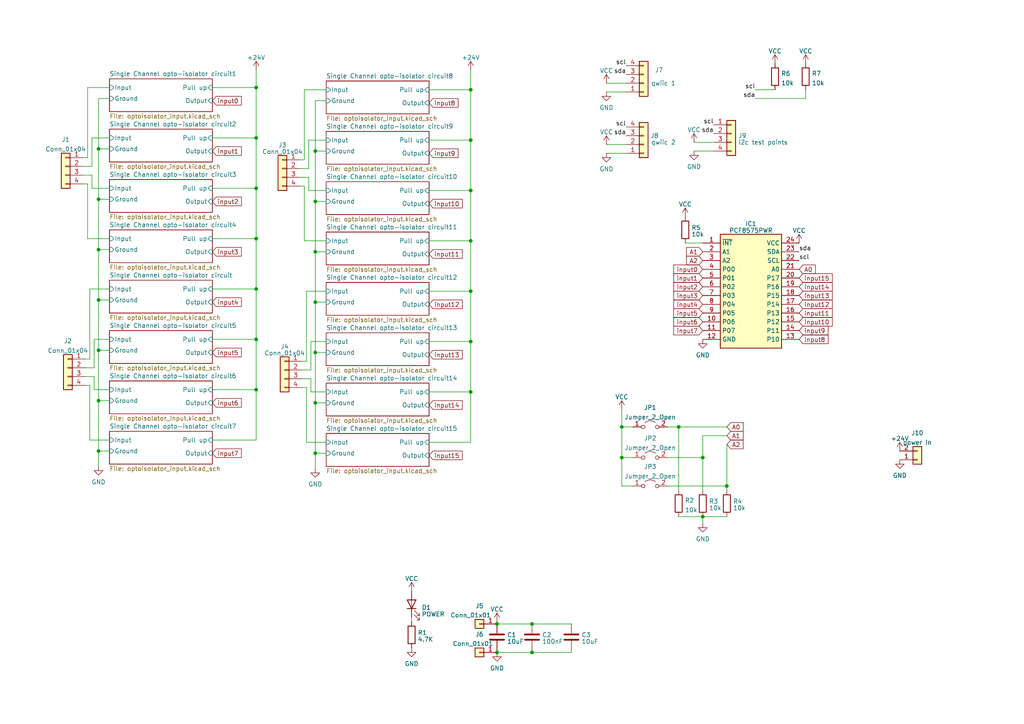
<source format=kicad_sch>
(kicad_sch (version 20230121) (generator eeschema)
  (paper "A4")
  (lib_symbols
    (symbol "Connector_Generic:Conn_01x01" (pin_names (offset 1.016) hide)
      (property "Reference" "J" (at 0 2.54 0))
      (property "Value" "Conn_01x01" (at 0 -2.54 0))
      (symbol "Conn_01x01_1_1"
        (rectangle (start -1.27 0.127) (end 0 -0.127) (stroke (width 0.1524)))
        (rectangle (start -1.27 1.27) (end 1.27 -1.27) (stroke (width 0.254)) (fill (type background)))
        (pin passive line (at -5.08 0 0) (length 3.81) (name "Pin_1") (number "1"))
      )
    )
    (symbol "Connector_Generic:Conn_01x02" (pin_names (offset 1.016) hide)
      (property "Reference" "J" (at 0 2.54 0))
      (property "Value" "Conn_01x02" (at 0 -5.08 0))
      (symbol "Conn_01x02_1_1"
        (rectangle (start -1.27 -2.413) (end 0 -2.667) (stroke (width 0.1524)))
        (rectangle (start -1.27 0.127) (end 0 -0.127) (stroke (width 0.1524)))
        (rectangle (start -1.27 1.27) (end 1.27 -3.81) (stroke (width 0.254)) (fill (type background)))
        (pin passive line (at -5.08 0 0) (length 3.81) (name "Pin_1") (number "1"))
        (pin passive line (at -5.08 -2.54 0) (length 3.81) (name "Pin_2") (number "2"))
      )
    )
    (symbol "Connector_Generic:Conn_01x04" (pin_names (offset 1.016) hide)
      (property "Reference" "J" (at 0 5.08 0))
      (property "Value" "Conn_01x04" (at 0 -7.62 0))
      (symbol "Conn_01x04_1_1"
        (rectangle (start -1.27 -4.953) (end 0 -5.207) (stroke (width 0.1524)))
        (rectangle (start -1.27 -2.413) (end 0 -2.667) (stroke (width 0.1524)))
        (rectangle (start -1.27 0.127) (end 0 -0.127) (stroke (width 0.1524)))
        (rectangle (start -1.27 2.667) (end 0 2.413) (stroke (width 0.1524)))
        (rectangle (start -1.27 3.81) (end 1.27 -6.35) (stroke (width 0.254)) (fill (type background)))
        (pin passive line (at -5.08 2.54 0) (length 3.81) (name "Pin_1") (number "1"))
        (pin passive line (at -5.08 0 0) (length 3.81) (name "Pin_2") (number "2"))
        (pin passive line (at -5.08 -2.54 0) (length 3.81) (name "Pin_3") (number "3"))
        (pin passive line (at -5.08 -5.08 0) (length 3.81) (name "Pin_4") (number "4"))
      )
    )
    (symbol "Device:C" (pin_numbers hide) (pin_names (offset 0.254))
      (property "Reference" "C" (at 0.635 2.54 0))
      (property "Value" "C" (at 0.635 -2.54 0))
      (symbol "C_0_1"
        (polyline (pts (xy -2.032 -0.762) (xy 2.032 -0.762)) (stroke (width 0.508)))
        (polyline (pts (xy -2.032 0.762) (xy 2.032 0.762)) (stroke (width 0.508)))
      )
      (symbol "C_1_1"
        (pin passive line (at 0 3.81 270) (length 2.794) (name "~") (number "1"))
        (pin passive line (at 0 -3.81 90) (length 2.794) (name "~") (number "2"))
      )
    )
    (symbol "Device:LED" (pin_numbers hide) (pin_names (offset 1.016) hide)
      (property "Reference" "D" (at 0 2.54 0))
      (property "Value" "LED" (at 0 -2.54 0))
      (symbol "LED_0_1"
        (polyline (pts (xy -1.27 -1.27) (xy -1.27 1.27)) (stroke (width 0.254)))
        (polyline (pts (xy -1.27 0) (xy 1.27 0)))
        (polyline (pts (xy 1.27 -1.27) (xy 1.27 1.27) (xy -1.27 0) (xy 1.27 -1.27)) (stroke (width 0.254)))
        (polyline (pts (xy -3.048 -0.762) (xy -4.572 -2.286) (xy -3.81 -2.286) (xy -4.572 -2.286) (xy -4.572 -1.524)))
        (polyline (pts (xy -1.778 -0.762) (xy -3.302 -2.286) (xy -2.54 -2.286) (xy -3.302 -2.286) (xy -3.302 -1.524)))
      )
      (symbol "LED_1_1"
        (pin passive line (at -3.81 0 0) (length 2.54) (name "K") (number "1"))
        (pin passive line (at 3.81 0 180) (length 2.54) (name "A") (number "2"))
      )
    )
    (symbol "Device:R" (pin_numbers hide) (pin_names (offset 0))
      (property "Reference" "R" (at 2.032 0 90))
      (property "Value" "R" (at 0 0 90))
      (symbol "R_0_1"
        (rectangle (start -1.016 -2.54) (end 1.016 2.54) (stroke (width 0.254)))
      )
      (symbol "R_1_1"
        (pin passive line (at 0 3.81 270) (length 1.27) (name "~") (number "1"))
        (pin passive line (at 0 -3.81 90) (length 1.27) (name "~") (number "2"))
      )
    )
    (symbol "Evan's parts:PCF8575PWR"
      (property "Reference" "IC" (at 24.13 7.62 0))
      (property "Value" "PCF8575PWR" (at 24.13 5.08 0))
      (symbol "PCF8575PWR_1_1"
        (rectangle (start 5.08 2.54) (end 22.86 -30.48) (stroke (width 0.254)) (fill (type background)))
        (pin passive line (at 0 0 0) (length 5.08) (name "~{INT}") (number "1"))
        (pin passive line (at 0 -22.86 0) (length 5.08) (name "P06") (number "10"))
        (pin passive line (at 0 -25.4 0) (length 5.08) (name "P07") (number "11"))
        (pin passive line (at 0 -27.94 0) (length 5.08) (name "GND") (number "12"))
        (pin passive line (at 27.94 -27.94 180) (length 5.08) (name "P10") (number "13"))
        (pin passive line (at 27.94 -25.4 180) (length 5.08) (name "P11") (number "14"))
        (pin passive line (at 27.94 -22.86 180) (length 5.08) (name "P12") (number "15"))
        (pin passive line (at 27.94 -20.32 180) (length 5.08) (name "P13") (number "16"))
        (pin passive line (at 27.94 -17.78 180) (length 5.08) (name "P14") (number "17"))
        (pin passive line (at 27.94 -15.24 180) (length 5.08) (name "P15") (number "18"))
        (pin passive line (at 27.94 -12.7 180) (length 5.08) (name "P16") (number "19"))
        (pin passive line (at 0 -2.54 0) (length 5.08) (name "A1") (number "2"))
        (pin passive line (at 27.94 -10.16 180) (length 5.08) (name "P17") (number "20"))
        (pin passive line (at 27.94 -7.62 180) (length 5.08) (name "A0") (number "21"))
        (pin passive line (at 27.94 -5.08 180) (length 5.08) (name "SCL") (number "22"))
        (pin passive line (at 27.94 -2.54 180) (length 5.08) (name "SDA") (number "23"))
        (pin passive line (at 27.94 0 180) (length 5.08) (name "VCC") (number "24"))
        (pin passive line (at 0 -5.08 0) (length 5.08) (name "A2") (number "3"))
        (pin passive line (at 0 -7.62 0) (length 5.08) (name "P00") (number "4"))
        (pin passive line (at 0 -10.16 0) (length 5.08) (name "P01") (number "5"))
        (pin passive line (at 0 -12.7 0) (length 5.08) (name "P02") (number "6"))
        (pin passive line (at 0 -15.24 0) (length 5.08) (name "P03") (number "7"))
        (pin passive line (at 0 -17.78 0) (length 5.08) (name "P04") (number "8"))
        (pin passive line (at 0 -20.32 0) (length 5.08) (name "P05") (number "9"))
      )
    )
    (symbol "Jumper:Jumper_2_Open" (pin_names (offset 0) hide)
      (property "Reference" "JP" (at 0 2.794 0))
      (property "Value" "Jumper_2_Open" (at 0 -2.286 0))
      (symbol "Jumper_2_Open_0_0"
        (circle (center -2.032 0) (radius 0.508))
        (circle (center 2.032 0) (radius 0.508))
      )
      (symbol "Jumper_2_Open_0_1"
        (arc (start 1.524 1.27) (mid 0 1.778) (end -1.524 1.27))
      )
      (symbol "Jumper_2_Open_1_1"
        (pin passive line (at -5.08 0 0) (length 2.54) (name "A") (number "1"))
        (pin passive line (at 5.08 0 180) (length 2.54) (name "B") (number "2"))
      )
    )
    (symbol "power:+24V" (power) (pin_names (offset 0))
      (property "Value" "+24V" (at 0 3.556 0))
      (symbol "+24V_0_1"
        (polyline (pts (xy -0.762 1.27) (xy 0 2.54)))
        (polyline (pts (xy 0 0) (xy 0 2.54)))
        (polyline (pts (xy 0 2.54) (xy 0.762 1.27)))
      )
      (symbol "+24V_1_1"
        (pin power_in line (at 0 0 90) (length 0) hide (name "+24V") (number "1"))
      )
    )
    (symbol "power:GND" (power) (pin_names (offset 0))
      (property "Value" "GND" (at 0 -3.81 0))
      (symbol "GND_0_1"
        (polyline (pts (xy 0 0) (xy 0 -1.27) (xy 1.27 -1.27) (xy 0 -2.54) (xy -1.27 -1.27) (xy 0 -1.27)))
      )
      (symbol "GND_1_1"
        (pin power_in line (at 0 0 270) (length 0) hide (name "GND") (number "1"))
      )
    )
    (symbol "power:VCC" (power) (pin_names (offset 0))
      (property "Value" "VCC" (at 0 3.81 0))
      (symbol "VCC_0_1"
        (polyline (pts (xy -0.762 1.27) (xy 0 2.54)))
        (polyline (pts (xy 0 0) (xy 0 2.54)))
        (polyline (pts (xy 0 2.54) (xy 0.762 1.27)))
      )
      (symbol "VCC_1_1"
        (pin power_in line (at 0 0 90) (length 0) hide (name "VCC") (number "1"))
      )
    )
  )
  (junction (at 28.575 116.205))
  (junction (at 136.525 26.035))
  (junction (at 136.525 99.06))
  (junction (at 136.525 55.245))
  (junction (at 136.525 84.455))
  (junction (at 74.295 113.03))
  (junction (at 154.305 180.975))
  (junction (at 28.575 130.81))
  (junction (at 74.295 25.4))
  (junction (at 28.575 72.39))
  (junction (at 91.44 43.815))
  (junction (at 196.85 123.825))
  (junction (at 28.575 86.995))
  (junction (at 136.525 40.64))
  (junction (at 74.295 54.61))
  (junction (at 144.145 189.23))
  (junction (at 154.305 189.23))
  (junction (at 28.575 43.18))
  (junction (at 180.34 123.825))
  (junction (at 203.835 149.86))
  (junction (at 74.295 98.425))
  (junction (at 91.44 58.42))
  (junction (at 28.575 57.785))
  (junction (at 136.525 69.85))
  (junction (at 91.44 116.84))
  (junction (at 180.34 132.715))
  (junction (at 203.835 132.715))
  (junction (at 210.82 140.97))
  (junction (at 28.575 101.6))
  (junction (at 144.145 180.975))
  (junction (at 74.295 40.005))
  (junction (at 91.44 131.445))
  (junction (at 91.44 102.235))
  (junction (at 136.525 113.665))
  (junction (at 74.295 69.215))
  (junction (at 74.295 83.82))
  (junction (at 91.44 73.025))
  (junction (at 91.44 87.63))
  (wire (pts (xy 91.44 131.445) (xy 94.615 131.445)))
  (wire (pts (xy 91.44 116.84) (xy 91.44 131.445)))
  (wire (pts (xy 136.525 113.665) (xy 136.525 128.27)))
  (wire (pts (xy 31.75 28.575) (xy 28.575 28.575)))
  (wire (pts (xy 91.44 131.445) (xy 91.44 135.89)))
  (wire (pts (xy 91.44 29.21) (xy 91.44 43.815)))
  (wire (pts (xy 203.835 149.86) (xy 203.835 151.765)))
  (wire (pts (xy 203.835 132.715) (xy 193.675 132.715)))
  (wire (pts (xy 89.535 40.64) (xy 94.615 40.64)))
  (wire (pts (xy 24.765 109.22) (xy 27.305 109.22)))
  (wire (pts (xy 201.295 41.275) (xy 207.01 41.275)))
  (wire (pts (xy 28.575 72.39) (xy 28.575 86.995)))
  (wire (pts (xy 26.035 83.82) (xy 26.035 104.14)))
  (wire (pts (xy 180.34 123.825) (xy 183.515 123.825)))
  (wire (pts (xy 28.575 57.785) (xy 28.575 72.39)))
  (wire (pts (xy 89.535 51.435) (xy 89.535 55.245)))
  (wire (pts (xy 196.85 123.825) (xy 193.675 123.825)))
  (wire (pts (xy 61.595 113.03) (xy 74.295 113.03)))
  (wire (pts (xy 136.525 20.32) (xy 136.525 26.035)))
  (wire (pts (xy 88.265 69.85) (xy 94.615 69.85)))
  (wire (pts (xy 24.13 48.26) (xy 26.67 48.26)))
  (wire (pts (xy 180.34 132.715) (xy 180.34 140.97)))
  (wire (pts (xy 25.4 53.34) (xy 25.4 69.215)))
  (wire (pts (xy 124.46 84.455) (xy 136.525 84.455)))
  (wire (pts (xy 28.575 86.995) (xy 31.75 86.995)))
  (wire (pts (xy 28.575 101.6) (xy 28.575 116.205)))
  (wire (pts (xy 219.075 28.575) (xy 233.68 28.575)))
  (wire (pts (xy 203.835 132.715) (xy 203.835 142.24)))
  (wire (pts (xy 136.525 26.035) (xy 136.525 40.64)))
  (wire (pts (xy 91.44 58.42) (xy 91.44 73.025)))
  (wire (pts (xy 24.765 106.68) (xy 27.305 106.68)))
  (wire (pts (xy 87.63 109.855) (xy 90.17 109.855)))
  (wire (pts (xy 27.305 98.425) (xy 27.305 106.68)))
  (wire (pts (xy 25.4 69.215) (xy 31.75 69.215)))
  (wire (pts (xy 196.85 149.86) (xy 203.835 149.86)))
  (wire (pts (xy 31.75 43.18) (xy 28.575 43.18)))
  (wire (pts (xy 61.595 25.4) (xy 74.295 25.4)))
  (wire (pts (xy 91.44 102.235) (xy 94.615 102.235)))
  (wire (pts (xy 74.295 54.61) (xy 74.295 69.215)))
  (wire (pts (xy 87.63 104.775) (xy 88.9 104.775)))
  (wire (pts (xy 136.525 84.455) (xy 136.525 99.06)))
  (wire (pts (xy 144.145 189.23) (xy 144.145 188.595)))
  (wire (pts (xy 203.835 126.365) (xy 203.835 132.715)))
  (wire (pts (xy 91.44 58.42) (xy 94.615 58.42)))
  (wire (pts (xy 88.265 53.975) (xy 88.265 69.85)))
  (wire (pts (xy 91.44 73.025) (xy 91.44 87.63)))
  (wire (pts (xy 26.67 40.005) (xy 26.67 48.26)))
  (wire (pts (xy 28.575 130.81) (xy 28.575 135.255)))
  (wire (pts (xy 74.295 20.32) (xy 74.295 25.4)))
  (wire (pts (xy 27.305 113.03) (xy 31.75 113.03)))
  (wire (pts (xy 196.85 123.825) (xy 210.82 123.825)))
  (wire (pts (xy 124.46 69.85) (xy 136.525 69.85)))
  (wire (pts (xy 88.9 128.27) (xy 94.615 128.27)))
  (wire (pts (xy 26.67 50.8) (xy 26.67 54.61)))
  (wire (pts (xy 61.595 69.215) (xy 74.295 69.215)))
  (wire (pts (xy 88.9 84.455) (xy 94.615 84.455)))
  (wire (pts (xy 124.46 55.245) (xy 136.525 55.245)))
  (wire (pts (xy 74.295 25.4) (xy 74.295 40.005)))
  (wire (pts (xy 28.575 116.205) (xy 28.575 130.81)))
  (wire (pts (xy 144.145 189.23) (xy 154.305 189.23)))
  (wire (pts (xy 124.46 40.64) (xy 136.525 40.64)))
  (wire (pts (xy 119.38 179.07) (xy 119.38 180.34)))
  (wire (pts (xy 61.595 40.005) (xy 74.295 40.005)))
  (wire (pts (xy 88.265 26.035) (xy 88.265 46.355)))
  (wire (pts (xy 86.995 48.895) (xy 89.535 48.895)))
  (wire (pts (xy 210.82 140.97) (xy 210.82 142.24)))
  (wire (pts (xy 91.44 116.84) (xy 94.615 116.84)))
  (wire (pts (xy 24.13 45.72) (xy 25.4 45.72)))
  (wire (pts (xy 124.46 113.665) (xy 136.525 113.665)))
  (wire (pts (xy 136.525 99.06) (xy 136.525 113.665)))
  (wire (pts (xy 28.575 28.575) (xy 28.575 43.18)))
  (wire (pts (xy 88.9 84.455) (xy 88.9 104.775)))
  (wire (pts (xy 154.305 189.23) (xy 165.735 189.23)))
  (wire (pts (xy 196.85 123.825) (xy 196.85 142.24)))
  (wire (pts (xy 24.765 104.14) (xy 26.035 104.14)))
  (wire (pts (xy 90.17 109.855) (xy 90.17 113.665)))
  (wire (pts (xy 165.735 189.23) (xy 165.735 188.595)))
  (wire (pts (xy 61.595 83.82) (xy 74.295 83.82)))
  (wire (pts (xy 26.67 54.61) (xy 31.75 54.61)))
  (wire (pts (xy 87.63 112.395) (xy 88.9 112.395)))
  (wire (pts (xy 91.44 102.235) (xy 91.44 116.84)))
  (wire (pts (xy 86.995 46.355) (xy 88.265 46.355)))
  (wire (pts (xy 88.265 26.035) (xy 94.615 26.035)))
  (wire (pts (xy 198.755 70.485) (xy 203.835 70.485)))
  (wire (pts (xy 24.765 111.76) (xy 26.035 111.76)))
  (wire (pts (xy 124.46 99.06) (xy 136.525 99.06)))
  (wire (pts (xy 26.67 40.005) (xy 31.75 40.005)))
  (wire (pts (xy 88.9 112.395) (xy 88.9 128.27)))
  (wire (pts (xy 90.17 99.06) (xy 90.17 107.315)))
  (wire (pts (xy 91.44 87.63) (xy 91.44 102.235)))
  (wire (pts (xy 86.995 51.435) (xy 89.535 51.435)))
  (wire (pts (xy 210.82 128.905) (xy 210.82 140.97)))
  (wire (pts (xy 74.295 69.215) (xy 74.295 83.82)))
  (wire (pts (xy 90.17 99.06) (xy 94.615 99.06)))
  (wire (pts (xy 94.615 43.815) (xy 91.44 43.815)))
  (wire (pts (xy 31.75 72.39) (xy 28.575 72.39)))
  (wire (pts (xy 25.4 25.4) (xy 25.4 45.72)))
  (wire (pts (xy 74.295 40.005) (xy 74.295 54.61)))
  (wire (pts (xy 91.44 43.815) (xy 91.44 58.42)))
  (wire (pts (xy 144.145 180.975) (xy 154.305 180.975)))
  (wire (pts (xy 144.145 180.34) (xy 144.145 180.975)))
  (wire (pts (xy 124.46 128.27) (xy 136.525 128.27)))
  (wire (pts (xy 154.305 180.975) (xy 165.735 180.975)))
  (wire (pts (xy 210.82 126.365) (xy 203.835 126.365)))
  (wire (pts (xy 180.34 140.97) (xy 183.515 140.97)))
  (wire (pts (xy 193.675 140.97) (xy 210.82 140.97)))
  (wire (pts (xy 203.835 149.86) (xy 210.82 149.86)))
  (wire (pts (xy 87.63 107.315) (xy 90.17 107.315)))
  (wire (pts (xy 89.535 40.64) (xy 89.535 48.895)))
  (wire (pts (xy 175.895 26.67) (xy 181.61 26.67)))
  (wire (pts (xy 219.075 26.035) (xy 224.79 26.035)))
  (wire (pts (xy 26.035 111.76) (xy 26.035 127.635)))
  (wire (pts (xy 136.525 69.85) (xy 136.525 84.455)))
  (wire (pts (xy 180.34 132.715) (xy 183.515 132.715)))
  (wire (pts (xy 26.035 127.635) (xy 31.75 127.635)))
  (wire (pts (xy 180.34 123.825) (xy 180.34 132.715)))
  (wire (pts (xy 28.575 101.6) (xy 31.75 101.6)))
  (wire (pts (xy 61.595 98.425) (xy 74.295 98.425)))
  (wire (pts (xy 91.44 87.63) (xy 94.615 87.63)))
  (wire (pts (xy 24.13 50.8) (xy 26.67 50.8)))
  (wire (pts (xy 26.035 83.82) (xy 31.75 83.82)))
  (wire (pts (xy 89.535 55.245) (xy 94.615 55.245)))
  (wire (pts (xy 61.595 127.635) (xy 74.295 127.635)))
  (wire (pts (xy 233.68 28.575) (xy 233.68 26.035)))
  (wire (pts (xy 90.17 113.665) (xy 94.615 113.665)))
  (wire (pts (xy 27.305 109.22) (xy 27.305 113.03)))
  (wire (pts (xy 28.575 116.205) (xy 31.75 116.205)))
  (wire (pts (xy 175.895 44.45) (xy 181.61 44.45)))
  (wire (pts (xy 154.305 189.23) (xy 154.305 188.595)))
  (wire (pts (xy 28.575 43.18) (xy 28.575 57.785)))
  (wire (pts (xy 61.595 54.61) (xy 74.295 54.61)))
  (wire (pts (xy 136.525 40.64) (xy 136.525 55.245)))
  (wire (pts (xy 94.615 73.025) (xy 91.44 73.025)))
  (wire (pts (xy 124.46 26.035) (xy 136.525 26.035)))
  (wire (pts (xy 175.895 41.91) (xy 181.61 41.91)))
  (wire (pts (xy 24.13 53.34) (xy 25.4 53.34)))
  (wire (pts (xy 175.895 24.13) (xy 181.61 24.13)))
  (wire (pts (xy 201.295 43.815) (xy 207.01 43.815)))
  (wire (pts (xy 86.995 53.975) (xy 88.265 53.975)))
  (wire (pts (xy 25.4 25.4) (xy 31.75 25.4)))
  (wire (pts (xy 28.575 57.785) (xy 31.75 57.785)))
  (wire (pts (xy 28.575 130.81) (xy 31.75 130.81)))
  (wire (pts (xy 27.305 98.425) (xy 31.75 98.425)))
  (wire (pts (xy 136.525 55.245) (xy 136.525 69.85)))
  (wire (pts (xy 74.295 83.82) (xy 74.295 98.425)))
  (wire (pts (xy 94.615 29.21) (xy 91.44 29.21)))
  (wire (pts (xy 74.295 98.425) (xy 74.295 113.03)))
  (wire (pts (xy 74.295 113.03) (xy 74.295 127.635)))
  (wire (pts (xy 28.575 86.995) (xy 28.575 101.6)))
  (wire (pts (xy 180.34 118.745) (xy 180.34 123.825)))
  (label "sda" (at 231.775 73.025 0))
  (label "sda" (at 181.61 21.59 180))
  (label "sda" (at 207.01 38.735 180))
  (label "scl" (at 181.61 36.83 180))
  (label "scl" (at 207.01 36.195 180))
  (label "sda" (at 181.61 39.37 180))
  (label "scl" (at 231.775 75.565 0))
  (label "scl" (at 181.61 19.05 180))
  (label "sda" (at 219.075 28.575 180))
  (label "scl" (at 219.075 26.035 180))
  (global_label "input4" (shape input) (at 203.835 88.265 180) (property "Intersheetrefs" "${INTERSHEET_REFS}" (effects hide)))
  (global_label "input13" (shape input) (at 231.775 85.725 0) (property "Intersheetrefs" "${INTERSHEET_REFS}" (effects hide)))
  (global_label "input2" (shape input) (at 203.835 83.185 180) (property "Intersheetrefs" "${INTERSHEET_REFS}" (effects hide)))
  (global_label "input14" (shape input) (at 231.775 83.185 0) (property "Intersheetrefs" "${INTERSHEET_REFS}" (effects hide)))
  (global_label "input12" (shape input) (at 124.46 88.265 0) (property "Intersheetrefs" "${INTERSHEET_REFS}" (effects hide)))
  (global_label "input7" (shape input) (at 203.835 95.885 180) (property "Intersheetrefs" "${INTERSHEET_REFS}" (effects hide)))
  (global_label "A2" (shape input) (at 203.835 75.565 180) (property "Intersheetrefs" "${INTERSHEET_REFS}" (effects hide)))
  (global_label "A1" (shape input) (at 203.835 73.025 180) (property "Intersheetrefs" "${INTERSHEET_REFS}" (effects hide)))
  (global_label "input15" (shape input) (at 124.46 132.08 0) (property "Intersheetrefs" "${INTERSHEET_REFS}" (effects hide)))
  (global_label "input7" (shape input) (at 61.595 131.445 0) (property "Intersheetrefs" "${INTERSHEET_REFS}" (effects hide)))
  (global_label "input0" (shape input) (at 203.835 78.105 180) (property "Intersheetrefs" "${INTERSHEET_REFS}" (effects hide)))
  (global_label "input11" (shape input) (at 231.775 90.805 0) (property "Intersheetrefs" "${INTERSHEET_REFS}" (effects hide)))
  (global_label "input5" (shape input) (at 203.835 90.805 180) (property "Intersheetrefs" "${INTERSHEET_REFS}" (effects hide)))
  (global_label "input8" (shape input) (at 231.775 98.425 0) (property "Intersheetrefs" "${INTERSHEET_REFS}" (effects hide)))
  (global_label "input4" (shape input) (at 61.595 87.63 0) (property "Intersheetrefs" "${INTERSHEET_REFS}" (effects hide)))
  (global_label "input10" (shape input) (at 124.46 59.055 0) (property "Intersheetrefs" "${INTERSHEET_REFS}" (effects hide)))
  (global_label "input5" (shape input) (at 61.595 102.235 0) (property "Intersheetrefs" "${INTERSHEET_REFS}" (effects hide)))
  (global_label "A2" (shape input) (at 210.82 128.905 0) (property "Intersheetrefs" "${INTERSHEET_REFS}" (effects hide)))
  (global_label "input11" (shape input) (at 124.46 73.66 0) (property "Intersheetrefs" "${INTERSHEET_REFS}" (effects hide)))
  (global_label "input1" (shape input) (at 203.835 80.645 180) (property "Intersheetrefs" "${INTERSHEET_REFS}" (effects hide)))
  (global_label "A0" (shape input) (at 210.82 123.825 0) (property "Intersheetrefs" "${INTERSHEET_REFS}" (effects hide)))
  (global_label "input6" (shape input) (at 203.835 93.345 180) (property "Intersheetrefs" "${INTERSHEET_REFS}" (effects hide)))
  (global_label "input0" (shape input) (at 61.595 29.21 0) (property "Intersheetrefs" "${INTERSHEET_REFS}" (effects hide)))
  (global_label "input12" (shape input) (at 231.775 88.265 0) (property "Intersheetrefs" "${INTERSHEET_REFS}" (effects hide)))
  (global_label "input6" (shape input) (at 61.595 116.84 0) (property "Intersheetrefs" "${INTERSHEET_REFS}" (effects hide)))
  (global_label "input8" (shape input) (at 124.46 29.845 0) (property "Intersheetrefs" "${INTERSHEET_REFS}" (effects hide)))
  (global_label "input9" (shape input) (at 231.775 95.885 0) (property "Intersheetrefs" "${INTERSHEET_REFS}" (effects hide)))
  (global_label "input1" (shape input) (at 61.595 43.815 0) (property "Intersheetrefs" "${INTERSHEET_REFS}" (effects hide)))
  (global_label "input15" (shape input) (at 231.775 80.645 0) (property "Intersheetrefs" "${INTERSHEET_REFS}" (effects hide)))
  (global_label "input14" (shape input) (at 124.46 117.475 0) (property "Intersheetrefs" "${INTERSHEET_REFS}" (effects hide)))
  (global_label "input3" (shape input) (at 61.595 73.025 0) (property "Intersheetrefs" "${INTERSHEET_REFS}" (effects hide)))
  (global_label "input10" (shape input) (at 231.775 93.345 0) (property "Intersheetrefs" "${INTERSHEET_REFS}" (effects hide)))
  (global_label "A1" (shape input) (at 210.82 126.365 0) (property "Intersheetrefs" "${INTERSHEET_REFS}" (effects hide)))
  (global_label "input9" (shape input) (at 124.46 44.45 0) (property "Intersheetrefs" "${INTERSHEET_REFS}" (effects hide)))
  (global_label "A0" (shape input) (at 231.775 78.105 0) (property "Intersheetrefs" "${INTERSHEET_REFS}" (effects hide)))
  (global_label "input13" (shape input) (at 124.46 102.87 0) (property "Intersheetrefs" "${INTERSHEET_REFS}" (effects hide)))
  (global_label "input2" (shape input) (at 61.595 58.42 0) (property "Intersheetrefs" "${INTERSHEET_REFS}" (effects hide)))
  (global_label "input3" (shape input) (at 203.835 85.725 180) (property "Intersheetrefs" "${INTERSHEET_REFS}" (effects hide)))
  (symbol (lib_id "power:+24V") (at 260.985 130.81 0) (unit 1)
    (property "Reference" "#PWR020" (effects hide))
    (property "Value" "+24V" (at 260.985 127.2055 0))
  )
  (symbol (lib_id "power:GND") (at 175.895 44.45 0) (unit 1)
    (property "Reference" "#PWR010" (effects hide))
    (property "Value" "GND" (at 175.895 49.0125 0))
  )
  (symbol (lib_id "Connector_Generic:Conn_01x02") (at 266.065 133.35 0) (mirror x) (unit 1)
    (property "Reference" "J10" (at 266.065 125.5735 0))
    (property "Value" "power in" (at 266.065 128.3486 0))
    (property "Footprint" "TerminalBlock_Phoenix:TerminalBlock_Phoenix_MKDS-1,5-2_1x02_P5.00mm_Horizontal" (effects hide))
  )
  (symbol (lib_id "power:+24V") (at 74.295 20.32 0) (unit 1)
    (property "Reference" "#PWR023" (effects hide))
    (property "Value" "+24V" (at 74.295 16.7155 0))
  )
  (symbol (lib_id "power:GND") (at 203.835 98.425 0) (unit 1)
    (property "Reference" "#PWR015" (effects hide))
    (property "Value" "GND" (at 203.835 102.9875 0))
  )
  (symbol (lib_id "Connector_Generic:Conn_01x01") (at 139.065 189.23 180) (unit 1)
    (property "Reference" "J6" (at 139.065 183.9935 0))
    (property "Value" "Conn_01x01" (at 137.16 186.69 0))
    (property "Footprint" "Connector_PinHeader_2.54mm:PinHeader_1x01_P2.54mm_Vertical" (effects hide))
  )
  (symbol (lib_id "power:+24V") (at 136.525 20.32 0) (unit 1)
    (property "Reference" "#PWR022" (effects hide))
    (property "Value" "+24V" (at 136.525 16.7155 0))
  )
  (symbol (lib_id "Device:R") (at 224.79 22.225 0) (unit 1)
    (property "Reference" "R6" (at 226.568 21.3165 0) (effects (justify left)))
    (property "Value" "10k" (at 226.568 24.0916 0) (effects (justify left)))
    (property "Footprint" "Resistor_SMD:R_0603_1608Metric" (effects hide))
  )
  (symbol (lib_id "Connector_Generic:Conn_01x04") (at 81.915 48.895 0) (mirror y) (unit 1)
    (property "Reference" "J3" (at 81.915 42.0751 0))
    (property "Value" "Conn_01x04" (at 81.915 43.9961 0))
    (property "Footprint" "TerminalBlock_Phoenix:TerminalBlock_Phoenix_MKDS-1,5-4_1x04_P5.00mm_Horizontal" (effects hide))
  )
  (symbol (lib_id "power:VCC") (at 224.79 18.415 0) (unit 1)
    (property "Reference" "#PWR017" (effects hide))
    (property "Value" "VCC" (at 224.79 14.8105 0))
  )
  (symbol (lib_id "power:GND") (at 91.44 135.89 0) (unit 1)
    (property "Reference" "#PWR02" (effects hide))
    (property "Value" "GND" (at 91.44 140.4525 0))
  )
  (symbol (lib_id "power:GND") (at 119.38 187.96 0) (unit 1)
    (property "Reference" "#PWR04" (effects hide))
    (property "Value" "GND" (at 119.38 192.5225 0))
  )
  (symbol (lib_id "power:GND") (at 175.895 26.67 0) (unit 1)
    (property "Reference" "#PWR08" (effects hide))
    (property "Value" "GND" (at 175.895 31.2325 0))
  )
  (symbol (lib_id "Device:C") (at 154.305 184.785 0) (unit 1)
    (property "Reference" "C2" (at 157.226 184.1413 0) (effects (justify left)))
    (property "Value" "100nF" (at 157.226 186.0623 0) (effects (justify left)))
    (property "Footprint" "Capacitor_SMD:C_0603_1608Metric" (effects hide))
  )
  (symbol (lib_id "power:VCC") (at 198.755 62.865 0) (unit 1)
    (property "Reference" "#PWR012" (effects hide))
    (property "Value" "VCC" (at 198.755 59.2605 0))
  )
  (symbol (lib_id "power:VCC") (at 180.34 118.745 0) (unit 1)
    (property "Reference" "#PWR011" (effects hide))
    (property "Value" "VCC" (at 180.34 115.1405 0))
  )
  (symbol (lib_id "power:VCC") (at 175.895 41.91 0) (unit 1)
    (property "Reference" "#PWR09" (effects hide))
    (property "Value" "VCC" (at 175.895 38.3055 0))
  )
  (symbol (lib_id "Connector_Generic:Conn_01x04") (at 82.55 107.315 0) (mirror y) (unit 1)
    (property "Reference" "J4" (at 82.55 100.4951 0))
    (property "Value" "Conn_01x04" (at 82.55 102.4161 0))
    (property "Footprint" "TerminalBlock_Phoenix:TerminalBlock_Phoenix_MKDS-1,5-4_1x04_P5.00mm_Horizontal" (effects hide))
  )
  (symbol (lib_id "power:GND") (at 203.835 151.765 0) (unit 1)
    (property "Reference" "#PWR016" (effects hide))
    (property "Value" "GND" (at 203.835 156.3275 0))
  )
  (symbol (lib_id "power:VCC") (at 144.145 180.34 0) (unit 1)
    (property "Reference" "#PWR05" (effects hide))
    (property "Value" "VCC" (at 144.145 176.7355 0))
  )
  (symbol (lib_id "Device:C") (at 165.735 184.785 0) (unit 1)
    (property "Reference" "C3" (at 168.656 184.1413 0) (effects (justify left)))
    (property "Value" "10uF" (at 168.656 186.0623 0) (effects (justify left)))
    (property "Footprint" "Capacitor_SMD:C_0603_1608Metric" (effects hide))
  )
  (symbol (lib_id "Device:R") (at 233.68 22.225 0) (unit 1)
    (property "Reference" "R7" (at 235.458 21.3165 0) (effects (justify left)))
    (property "Value" "10k" (at 235.458 24.0916 0) (effects (justify left)))
    (property "Footprint" "Resistor_SMD:R_0603_1608Metric" (effects hide))
  )
  (symbol (lib_id "Device:C") (at 144.145 184.785 0) (unit 1)
    (property "Reference" "C1" (at 147.066 184.1413 0) (effects (justify left)))
    (property "Value" "10uF" (at 147.066 186.0623 0) (effects (justify left)))
    (property "Footprint" "Capacitor_SMD:C_0603_1608Metric" (effects hide))
  )
  (symbol (lib_id "Device:R") (at 203.835 146.05 0) (unit 1)
    (property "Reference" "R3" (at 205.613 145.4063 0) (effects (justify left)))
    (property "Value" "10k" (at 205.613 147.3273 0) (effects (justify left)))
    (property "Footprint" "Resistor_SMD:R_0603_1608Metric" (effects hide))
  )
  (symbol (lib_id "Evan's parts:PCF8575PWR") (at 203.835 70.485 0) (unit 1)
    (property "Reference" "IC1" (at 217.805 64.9351 0))
    (property "Value" "PCF8575PWR" (at 217.805 66.8561 0))
    (property "Footprint" "Evan's parts:SOP65P640X120-24N" (effects hide))
    (property "Datasheet" "http://www.ti.com/lit/gpn/pcf8575" (effects hide))
    (property "Height" "1.2" (effects hide))
    (property "Mouser Part Number" "595-PCF8575PWR" (effects hide))
    (property "Mouser Price/Stock" "https://www.mouser.co.uk/ProductDetail/Texas-Instruments/PCF8575PWR?qs=wgAEGBTxy7lfNLEoaenBaA%3D%3D" (effects hide))
    (property "Manufacturer_Name" "Texas Instruments" (effects hide))
    (property "Manufacturer_Part_Number" "PCF8575PWR" (effects hide))
  )
  (symbol (lib_id "Device:R") (at 196.85 146.05 0) (unit 1)
    (property "Reference" "R2" (at 198.628 145.1415 0) (effects (justify left)))
    (property "Value" "10k" (at 198.628 147.9166 0) (effects (justify left)))
    (property "Footprint" "Resistor_SMD:R_0603_1608Metric" (effects hide))
  )
  (symbol (lib_id "Connector_Generic:Conn_01x04") (at 186.69 41.91 0) (mirror x) (unit 1)
    (property "Reference" "J8" (at 189.865 39.37 0))
    (property "Value" "qwiic 2" (at 192.405 41.275 0))
    (property "Footprint" "Connector_JST:JST_SH_SM04B-SRSS-TB_1x04-1MP_P1.00mm_Horizontal" (effects hide))
  )
  (symbol (lib_id "Connector_Generic:Conn_01x04") (at 212.09 38.735 0) (unit 1)
    (property "Reference" "J9" (at 214.122 39.3613 0) (effects (justify left)))
    (property "Value" "i2c test points" (at 214.122 41.2823 0) (effects (justify left)))
    (property "Footprint" "Connector_PinHeader_2.54mm:PinHeader_1x04_P2.54mm_Vertical" (effects hide))
  )
  (symbol (lib_id "power:GND") (at 260.985 133.35 0) (unit 1)
    (property "Reference" "#PWR021" (effects hide))
    (property "Value" "GND" (at 260.985 137.9125 0))
  )
  (symbol (lib_id "Connector_Generic:Conn_01x04") (at 19.685 106.68 0) (mirror y) (unit 1)
    (property "Reference" "J2" (at 19.685 98.9035 0))
    (property "Value" "Conn_01x04" (at 19.685 101.6786 0))
    (property "Footprint" "TerminalBlock_Phoenix:TerminalBlock_Phoenix_MKDS-1,5-4_1x04_P5.00mm_Horizontal" (effects hide))
  )
  (symbol (lib_id "power:VCC") (at 175.895 24.13 0) (unit 1)
    (property "Reference" "#PWR07" (effects hide))
    (property "Value" "VCC" (at 175.895 20.5255 0))
  )
  (symbol (lib_id "power:GND") (at 28.575 135.255 0) (unit 1)
    (property "Reference" "#PWR01" (effects hide))
    (property "Value" "GND" (at 28.575 139.8175 0))
  )
  (symbol (lib_id "power:VCC") (at 231.775 70.485 0) (unit 1)
    (property "Reference" "#PWR018" (effects hide))
    (property "Value" "VCC" (at 231.775 66.8805 0))
  )
  (symbol (lib_id "Connector_Generic:Conn_01x01") (at 139.065 180.975 180) (unit 1)
    (property "Reference" "J5" (at 139.065 175.7385 0))
    (property "Value" "Conn_01x01" (at 136.525 178.435 0))
    (property "Footprint" "Connector_PinHeader_2.54mm:PinHeader_1x01_P2.54mm_Vertical" (effects hide))
  )
  (symbol (lib_id "power:VCC") (at 233.68 18.415 0) (unit 1)
    (property "Reference" "#PWR019" (effects hide))
    (property "Value" "VCC" (at 233.68 14.8105 0))
  )
  (symbol (lib_id "Device:R") (at 210.82 146.05 0) (unit 1)
    (property "Reference" "R4" (at 212.598 145.4063 0) (effects (justify left)))
    (property "Value" "10k" (at 212.598 147.3273 0) (effects (justify left)))
    (property "Footprint" "Resistor_SMD:R_0603_1608Metric" (effects hide))
  )
  (symbol (lib_id "Jumper:Jumper_2_Open") (at 188.595 132.715 0) (unit 1)
    (property "Reference" "JP2" (at 188.595 127.0975 0))
    (property "Value" "Jumper_2_Open" (at 188.595 129.8726 0))
    (property "Footprint" "Jumper:SolderJumper-2_P1.3mm_Open_RoundedPad1.0x1.5mm" (effects hide))
  )
  (symbol (lib_id "power:GND") (at 201.295 43.815 0) (unit 1)
    (property "Reference" "#PWR014" (effects hide))
    (property "Value" "GND" (at 201.295 48.3775 0))
  )
  (symbol (lib_id "Device:R") (at 198.755 66.675 0) (unit 1)
    (property "Reference" "R5" (at 200.533 66.0313 0) (effects (justify left)))
    (property "Value" "10k" (at 200.533 67.9523 0) (effects (justify left)))
    (property "Footprint" "Resistor_SMD:R_0603_1608Metric" (effects hide))
  )
  (symbol (lib_id "power:GND") (at 144.145 189.23 0) (unit 1)
    (property "Reference" "#PWR06" (effects hide))
    (property "Value" "GND" (at 144.145 193.7925 0))
  )
  (symbol (lib_id "Device:LED") (at 119.38 175.26 90) (unit 1)
    (property "Reference" "D1" (at 122.301 176.2038 90) (effects (justify right)))
    (property "Value" "POWER" (at 122.301 178.1248 90) (effects (justify right)))
    (property "Footprint" "LED_SMD:LED_0603_1608Metric_Pad1.05x0.95mm_HandSolder" (effects hide))
  )
  (symbol (lib_id "power:VCC") (at 201.295 41.275 0) (unit 1)
    (property "Reference" "#PWR013" (effects hide))
    (property "Value" "VCC" (at 201.295 37.6705 0))
  )
  (symbol (lib_id "Jumper:Jumper_2_Open") (at 188.595 140.97 0) (unit 1)
    (property "Reference" "JP3" (at 188.595 135.3525 0))
    (property "Value" "Jumper_2_Open" (at 188.595 138.1276 0))
    (property "Footprint" "Jumper:SolderJumper-2_P1.3mm_Open_RoundedPad1.0x1.5mm" (effects hide))
  )
  (symbol (lib_id "power:VCC") (at 119.38 171.45 0) (unit 1)
    (property "Reference" "#PWR03" (effects hide))
    (property "Value" "VCC" (at 119.38 167.8455 0))
  )
  (symbol (lib_id "Connector_Generic:Conn_01x04") (at 186.69 24.13 0) (mirror x) (unit 1)
    (property "Reference" "J7" (at 191.135 20.32 0))
    (property "Value" "qwiic 1" (at 192.405 24.13 0))
    (property "Footprint" "Connector_JST:JST_SH_SM04B-SRSS-TB_1x04-1MP_P1.00mm_Horizontal" (effects hide))
  )
  (symbol (lib_id "Connector_Generic:Conn_01x04") (at 19.05 48.26 0) (mirror y) (unit 1)
    (property "Reference" "J1" (at 19.05 40.4835 0))
    (property "Value" "Conn_01x04" (at 19.05 43.2586 0))
    (property "Footprint" "TerminalBlock_Phoenix:TerminalBlock_Phoenix_MKDS-1,5-4_1x04_P5.00mm_Horizontal" (effects hide))
  )
  (symbol (lib_id "Jumper:Jumper_2_Open") (at 188.595 123.825 0) (unit 1)
    (property "Reference" "JP1" (at 188.595 118.2075 0))
    (property "Value" "Jumper_2_Open" (at 188.595 120.9826 0))
    (property "Footprint" "Jumper:SolderJumper-2_P1.3mm_Open_RoundedPad1.0x1.5mm" (effects hide))
  )
  (symbol (lib_id "Device:R") (at 119.38 184.15 0) (unit 1)
    (property "Reference" "R1" (at 121.158 183.5063 0) (effects (justify left)))
    (property "Value" "4.7K" (at 121.158 185.4273 0) (effects (justify left)))
    (property "Footprint" "Resistor_SMD:R_0603_1608Metric" (effects hide))
  )
  (sheet (at 31.75 52.07) (size 29.845 9.525) (stroke (width 0.1524))
    (property "Sheetname" "Single Channel opto-isolator circuit3" (at 31.75 51.3584 0) (effects (justify left bottom)))
    (property "Sheetfile" "optoisolator_input.kicad_sch" (at 31.75 62.1796 0) (effects (justify left top)))
    (pin "Output" input (at 61.595 58.42 0))
    (pin "Input" input (at 31.75 54.61 180))
    (pin "Ground" input (at 31.75 57.785 180))
    (pin "Pull up" input (at 61.595 54.61 0))
  )
  (sheet (at 94.615 38.1) (size 29.845 9.525) (stroke (width 0.1524))
    (property "Sheetname" "Single Channel opto-isolator circuit9" (at 94.615 37.3884 0) (effects (justify left bottom)))
    (property "Sheetfile" "optoisolator_input.kicad_sch" (at 94.615 48.2096 0) (effects (justify left top)))
    (pin "Output" input (at 124.46 44.45 0))
    (pin "Input" input (at 94.615 40.64 180))
    (pin "Ground" input (at 94.615 43.815 180))
    (pin "Pull up" input (at 124.46 40.64 0))
  )
  (sheet (at 94.615 111.125) (size 29.845 9.525) (stroke (width 0.1524))
    (property "Sheetname" "Single Channel opto-isolator circuit14" (at 94.615 110.4134 0) (effects (justify left bottom)))
    (property "Sheetfile" "optoisolator_input.kicad_sch" (at 94.615 121.2346 0) (effects (justify left top)))
    (pin "Output" input (at 124.46 117.475 0))
    (pin "Input" input (at 94.615 113.665 180))
    (pin "Ground" input (at 94.615 116.84 180))
    (pin "Pull up" input (at 124.46 113.665 0))
  )
  (sheet (at 31.75 37.465) (size 29.845 9.525) (stroke (width 0.1524))
    (property "Sheetname" "Single Channel opto-isolator circuit2" (at 31.75 36.7534 0) (effects (justify left bottom)))
    (property "Sheetfile" "optoisolator_input.kicad_sch" (at 31.75 47.5746 0) (effects (justify left top)))
    (pin "Output" input (at 61.595 43.815 0))
    (pin "Input" input (at 31.75 40.005 180))
    (pin "Ground" input (at 31.75 43.18 180))
    (pin "Pull up" input (at 61.595 40.005 0))
  )
  (sheet (at 94.615 96.52) (size 29.845 9.525) (stroke (width 0.1524))
    (property "Sheetname" "Single Channel opto-isolator circuit13" (at 94.615 95.8084 0) (effects (justify left bottom)))
    (property "Sheetfile" "optoisolator_input.kicad_sch" (at 94.615 106.6296 0) (effects (justify left top)))
    (pin "Output" input (at 124.46 102.87 0))
    (pin "Input" input (at 94.615 99.06 180))
    (pin "Ground" input (at 94.615 102.235 180))
    (pin "Pull up" input (at 124.46 99.06 0))
  )
  (sheet (at 94.615 67.31) (size 29.845 9.525) (stroke (width 0.1524))
    (property "Sheetname" "Single Channel opto-isolator circuit11" (at 94.615 66.5984 0) (effects (justify left bottom)))
    (property "Sheetfile" "optoisolator_input.kicad_sch" (at 94.615 77.4196 0) (effects (justify left top)))
    (pin "Output" input (at 124.46 73.66 0))
    (pin "Input" input (at 94.615 69.85 180))
    (pin "Ground" input (at 94.615 73.025 180))
    (pin "Pull up" input (at 124.46 69.85 0))
  )
  (sheet (at 31.75 81.28) (size 29.845 9.525) (stroke (width 0.1524))
    (property "Sheetname" "Single Channel opto-isolator circuit" (at 31.75 80.5684 0) (effects (justify left bottom)))
    (property "Sheetfile" "optoisolator_input.kicad_sch" (at 31.75 91.3896 0) (effects (justify left top)))
    (pin "Output" input (at 61.595 87.63 0))
    (pin "Input" input (at 31.75 83.82 180))
    (pin "Ground" input (at 31.75 86.995 180))
    (pin "Pull up" input (at 61.595 83.82 0))
  )
  (sheet (at 31.75 95.885) (size 29.845 9.525) (stroke (width 0.1524))
    (property "Sheetname" "Single Channel opto-isolator circuit5" (at 31.75 95.1734 0) (effects (justify left bottom)))
    (property "Sheetfile" "optoisolator_input.kicad_sch" (at 31.75 105.9946 0) (effects (justify left top)))
    (pin "Output" input (at 61.595 102.235 0))
    (pin "Input" input (at 31.75 98.425 180))
    (pin "Ground" input (at 31.75 101.6 180))
    (pin "Pull up" input (at 61.595 98.425 0))
  )
  (sheet (at 94.615 23.495) (size 29.845 9.525) (stroke (width 0.1524))
    (property "Sheetname" "Single Channel opto-isolator circuit8" (at 94.615 22.7834 0) (effects (justify left bottom)))
    (property "Sheetfile" "optoisolator_input.kicad_sch" (at 94.615 33.6046 0) (effects (justify left top)))
    (pin "Output" input (at 124.46 29.845 0))
    (pin "Input" input (at 94.615 26.035 180))
    (pin "Ground" input (at 94.615 29.21 180))
    (pin "Pull up" input (at 124.46 26.035 0))
  )
  (sheet (at 94.615 125.73) (size 29.845 9.525) (stroke (width 0.1524))
    (property "Sheetname" "Single Channel opto-isolator circuit15" (at 94.615 125.0184 0) (effects (justify left bottom)))
    (property "Sheetfile" "optoisolator_input.kicad_sch" (at 94.615 135.8396 0) (effects (justify left top)))
    (pin "Output" input (at 124.46 132.08 0))
    (pin "Input" input (at 94.615 128.27 180))
    (pin "Ground" input (at 94.615 131.445 180))
    (pin "Pull up" input (at 124.46 128.27 0))
  )
  (sheet (at 31.75 22.86) (size 29.845 9.525) (stroke (width 0.1524))
    (property "Sheetname" "Single Channel opto-isolator circuit1" (at 31.75 22.1484 0) (effects (justify left bottom)))
    (property "Sheetfile" "optoisolator_input.kicad_sch" (at 31.75 32.9696 0) (effects (justify left top)))
    (pin "Output" input (at 61.595 29.21 0))
    (pin "Input" input (at 31.75 25.4 180))
    (pin "Ground" input (at 31.75 28.575 180))
    (pin "Pull up" input (at 61.595 25.4 0))
  )
  (sheet (at 94.615 81.915) (size 29.845 9.525) (stroke (width 0.1524))
    (property "Sheetname" "Single Channel opto-isolator circuit12" (at 94.615 81.2034 0) (effects (justify left bottom)))
    (property "Sheetfile" "optoisolator_input.kicad_sch" (at 94.615 92.0246 0) (effects (justify left top)))
    (pin "Output" input (at 124.46 88.265 0))
    (pin "Input" input (at 94.615 84.455 180))
    (pin "Ground" input (at 94.615 87.63 180))
    (pin "Pull up" input (at 124.46 84.455 0))
  )
  (sheet (at 94.615 52.705) (size 29.845 9.525) (stroke (width 0.1524))
    (property "Sheetname" "Single Channel opto-isolator circuit10" (at 94.615 51.9934 0) (effects (justify left bottom)))
    (property "Sheetfile" "optoisolator_input.kicad_sch" (at 94.615 62.8146 0) (effects (justify left top)))
    (pin "Output" input (at 124.46 59.055 0))
    (pin "Input" input (at 94.615 55.245 180))
    (pin "Ground" input (at 94.615 58.42 180))
    (pin "Pull up" input (at 124.46 55.245 0))
  )
  (sheet (at 31.75 110.49) (size 29.845 9.525) (stroke (width 0.1524))
    (property "Sheetname" "Single Channel opto-isolator circuit6" (at 31.75 109.7784 0) (effects (justify left bottom)))
    (property "Sheetfile" "optoisolator_input.kicad_sch" (at 31.75 120.5996 0) (effects (justify left top)))
    (pin "Output" input (at 61.595 116.84 0))
    (pin "Input" input (at 31.75 113.03 180))
    (pin "Ground" input (at 31.75 116.205 180))
    (pin "Pull up" input (at 61.595 113.03 0))
  )
  (sheet (at 31.75 66.675) (size 29.845 9.525) (stroke (width 0.1524))
    (property "Sheetname" "Single Channel opto-isolator circuit4" (at 31.75 65.9634 0) (effects (justify left bottom)))
    (property "Sheetfile" "optoisolator_input.kicad_sch" (at 31.75 76.7846 0) (effects (justify left top)))
    (pin "Output" input (at 61.595 73.025 0))
    (pin "Input" input (at 31.75 69.215 180))
    (pin "Ground" input (at 31.75 72.39 180))
    (pin "Pull up" input (at 61.595 69.215 0))
  )
  (sheet (at 31.75 125.095) (size 29.845 9.525) (stroke (width 0.1524))
    (property "Sheetname" "Single Channel opto-isolator circuit7" (at 31.75 124.3834 0) (effects (justify left bottom)))
    (property "Sheetfile" "optoisolator_input.kicad_sch" (at 31.75 135.2046 0) (effects (justify left top)))
    (pin "Output" input (at 61.595 131.445 0))
    (pin "Input" input (at 31.75 127.635 180))
    (pin "Ground" input (at 31.75 130.81 180))
    (pin "Pull up" input (at 61.595 127.635 0))
  )
)
</source>
